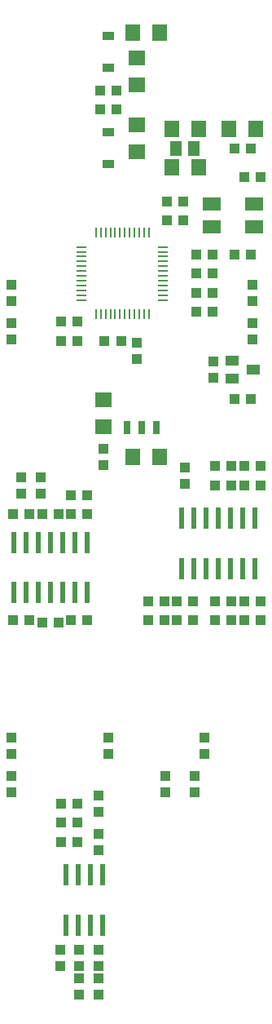
<source format=gbr>
G04 EAGLE Gerber RS-274X export*
G75*
%MOMM*%
%FSLAX34Y34*%
%LPD*%
%INSolderpaste Bottom*%
%IPPOS*%
%AMOC8*
5,1,8,0,0,1.08239X$1,22.5*%
G01*
%ADD10R,1.000000X0.200000*%
%ADD11R,0.200000X1.000000*%
%ADD12R,0.600000X2.200000*%
%ADD13R,1.900000X1.400000*%
%ADD14R,1.100000X1.000000*%
%ADD15R,1.000000X1.100000*%
%ADD16R,0.800000X1.400000*%
%ADD17R,1.600000X1.800000*%
%ADD18R,1.800000X1.600000*%
%ADD19R,1.300000X1.500000*%
%ADD20R,1.220000X0.910000*%
%ADD21R,1.400000X1.000000*%


D10*
X177500Y807500D03*
X177500Y802500D03*
X177500Y797500D03*
X177500Y792500D03*
X177500Y787500D03*
X177500Y782500D03*
X177500Y777500D03*
X177500Y772500D03*
X177500Y767500D03*
X177500Y762500D03*
X177500Y757500D03*
X177500Y752500D03*
D11*
X162500Y737500D03*
X157500Y737500D03*
X152500Y737500D03*
X147500Y737500D03*
X142500Y737500D03*
X137500Y737500D03*
X132500Y737500D03*
X127500Y737500D03*
X122500Y737500D03*
X117500Y737500D03*
X112500Y737500D03*
X107500Y737500D03*
D10*
X92500Y752500D03*
X92500Y757500D03*
X92500Y762500D03*
X92500Y767500D03*
X92500Y772500D03*
X92500Y777500D03*
X92500Y782500D03*
X92500Y787500D03*
X92500Y792500D03*
X92500Y797500D03*
X92500Y802500D03*
X92500Y807500D03*
D11*
X107500Y822500D03*
X112500Y822500D03*
X117500Y822500D03*
X122500Y822500D03*
X127500Y822500D03*
X132500Y822500D03*
X137500Y822500D03*
X142500Y822500D03*
X147500Y822500D03*
X152500Y822500D03*
X157500Y822500D03*
X162500Y822500D03*
D12*
X196900Y526000D03*
X209600Y526000D03*
X222300Y526000D03*
X235000Y526000D03*
X247700Y526000D03*
X260400Y526000D03*
X273100Y526000D03*
X273100Y474000D03*
X260400Y474000D03*
X247700Y474000D03*
X235000Y474000D03*
X222300Y474000D03*
X209600Y474000D03*
X196900Y474000D03*
X21900Y501000D03*
X34600Y501000D03*
X47300Y501000D03*
X60000Y501000D03*
X72700Y501000D03*
X85400Y501000D03*
X98100Y501000D03*
X98100Y449000D03*
X85400Y449000D03*
X72700Y449000D03*
X60000Y449000D03*
X47300Y449000D03*
X34600Y449000D03*
X21900Y449000D03*
X88650Y156000D03*
X88650Y104000D03*
X75950Y156000D03*
X101350Y156000D03*
X114050Y156000D03*
X75950Y104000D03*
X101350Y104000D03*
X114050Y104000D03*
D13*
X228000Y852000D03*
X272000Y852000D03*
X272000Y828000D03*
X228000Y828000D03*
D14*
X20000Y281500D03*
X20000Y298500D03*
X120000Y281500D03*
X120000Y298500D03*
X220000Y281500D03*
X220000Y298500D03*
X20000Y711500D03*
X20000Y728500D03*
X20000Y751500D03*
X20000Y768500D03*
X270000Y711500D03*
X270000Y728500D03*
X270000Y768500D03*
X270000Y751500D03*
D15*
X81500Y420000D03*
X98500Y420000D03*
D14*
X20000Y241500D03*
X20000Y258500D03*
D15*
X38500Y420000D03*
X21500Y420000D03*
D14*
X180000Y241500D03*
X180000Y258500D03*
D15*
X81500Y530000D03*
X98500Y530000D03*
D14*
X210000Y241500D03*
X210000Y258500D03*
D15*
X88500Y210000D03*
X71500Y210000D03*
D14*
X110000Y238500D03*
X110000Y221500D03*
X88500Y190000D03*
X71500Y190000D03*
X110000Y48500D03*
X110000Y31500D03*
X110000Y78500D03*
X110000Y61500D03*
D15*
X90000Y78500D03*
X90000Y61500D03*
D14*
X50000Y551500D03*
X50000Y568500D03*
D15*
X98500Y550000D03*
X81500Y550000D03*
D14*
X38500Y530000D03*
X21500Y530000D03*
D15*
X88500Y230000D03*
X71500Y230000D03*
D14*
X90000Y48500D03*
X90000Y31500D03*
X30000Y551500D03*
X30000Y568500D03*
D15*
X178500Y420000D03*
X161500Y420000D03*
X208500Y440000D03*
X191500Y440000D03*
D14*
X178500Y440000D03*
X161500Y440000D03*
D15*
X208500Y420000D03*
X191500Y420000D03*
X261500Y420000D03*
X278500Y420000D03*
X231500Y440000D03*
X248500Y440000D03*
D14*
X261500Y440000D03*
X278500Y440000D03*
D15*
X231500Y420000D03*
X248500Y420000D03*
X261500Y580000D03*
X278500Y580000D03*
X231500Y560000D03*
X248500Y560000D03*
D14*
X261500Y560000D03*
X278500Y560000D03*
D15*
X231500Y580000D03*
X248500Y580000D03*
D16*
X155000Y620200D03*
X140000Y620200D03*
X170000Y620200D03*
D15*
X211500Y800000D03*
X228500Y800000D03*
D14*
X211500Y780000D03*
X228500Y780000D03*
X198500Y835000D03*
X181500Y835000D03*
X198500Y855000D03*
X181500Y855000D03*
X116500Y710000D03*
X133500Y710000D03*
D15*
X150000Y691500D03*
X150000Y708500D03*
D14*
X228500Y760000D03*
X211500Y760000D03*
X228500Y740000D03*
X211500Y740000D03*
X71500Y730000D03*
X88500Y730000D03*
X71500Y710000D03*
X88500Y710000D03*
D15*
X111500Y950000D03*
X128500Y950000D03*
D17*
X174000Y590000D03*
X146000Y590000D03*
D18*
X115000Y621000D03*
X115000Y649000D03*
D17*
X274000Y930000D03*
X246000Y930000D03*
X214000Y930000D03*
X186000Y930000D03*
X186000Y890000D03*
X214000Y890000D03*
D19*
X190500Y910000D03*
X209500Y910000D03*
D15*
X111500Y970000D03*
X128500Y970000D03*
D14*
X115000Y581500D03*
X115000Y598500D03*
D20*
X120000Y893750D03*
X120000Y926250D03*
X120000Y993750D03*
X120000Y1026250D03*
D18*
X150000Y934000D03*
X150000Y906000D03*
X150000Y1004000D03*
X150000Y976000D03*
D14*
X251500Y910000D03*
X268500Y910000D03*
D21*
X271000Y680000D03*
X249000Y689500D03*
X249000Y670500D03*
D14*
X251500Y650000D03*
X268500Y650000D03*
X230000Y688500D03*
X230000Y671500D03*
X251500Y800000D03*
X268500Y800000D03*
X278500Y880000D03*
X261500Y880000D03*
D15*
X110000Y181500D03*
X110000Y198500D03*
X70000Y61500D03*
X70000Y78500D03*
X200000Y578500D03*
X200000Y561500D03*
D14*
X68500Y530000D03*
X51500Y530000D03*
X68500Y418000D03*
X51500Y418000D03*
D17*
X146000Y1030000D03*
X174000Y1030000D03*
M02*

</source>
